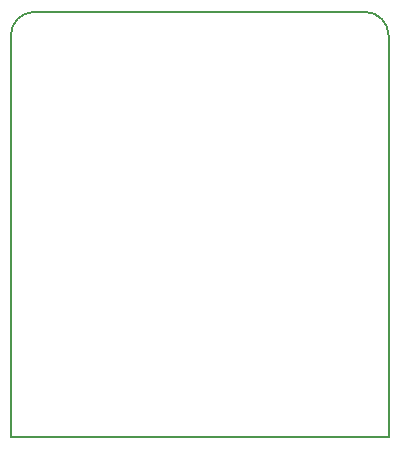
<source format=gbr>
%TF.GenerationSoftware,KiCad,Pcbnew,(5.1.9)-1*%
%TF.CreationDate,2021-05-07T20:49:00+02:00*%
%TF.ProjectId,UPL_Mouse,55504c5f-4d6f-4757-9365-2e6b69636164,rev?*%
%TF.SameCoordinates,Original*%
%TF.FileFunction,Profile,NP*%
%FSLAX46Y46*%
G04 Gerber Fmt 4.6, Leading zero omitted, Abs format (unit mm)*
G04 Created by KiCad (PCBNEW (5.1.9)-1) date 2021-05-07 20:49:00*
%MOMM*%
%LPD*%
G01*
G04 APERTURE LIST*
%TA.AperFunction,Profile*%
%ADD10C,0.200000*%
%TD*%
G04 APERTURE END LIST*
D10*
X147100000Y-96240001D02*
X147100000Y-130240000D01*
X117100000Y-94240000D02*
X145099999Y-94240000D01*
X147100000Y-130240000D02*
X115100000Y-130240000D01*
X145100000Y-94239999D02*
G75*
G02*
X147100000Y-96240001I-1J-2000001D01*
G01*
X115100000Y-130240000D02*
X115100000Y-96240000D01*
X115100000Y-96240000D02*
G75*
G02*
X117100000Y-94240000I2000000J0D01*
G01*
M02*

</source>
